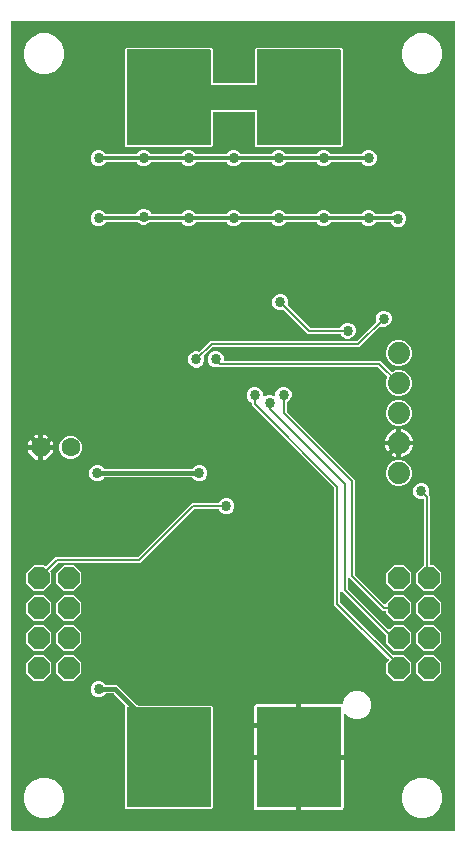
<source format=gbr>
G04 EAGLE Gerber RS-274X export*
G75*
%MOMM*%
%FSLAX34Y34*%
%LPD*%
%INBottom Copper*%
%IPPOS*%
%AMOC8*
5,1,8,0,0,1.08239X$1,22.5*%
G01*
%ADD10P,1.979475X8X292.500000*%
%ADD11P,1.979475X8X112.500000*%
%ADD12R,7.100000X8.450000*%
%ADD13P,1.732040X8X202.500000*%
%ADD14C,1.600200*%
%ADD15C,1.879600*%
%ADD16C,0.858000*%
%ADD17C,0.406400*%
%ADD18C,0.304800*%
%ADD19C,0.203200*%

G36*
X377042Y2009D02*
X377042Y2009D01*
X377100Y2007D01*
X377182Y2029D01*
X377266Y2041D01*
X377319Y2064D01*
X377375Y2079D01*
X377448Y2122D01*
X377525Y2157D01*
X377570Y2195D01*
X377620Y2224D01*
X377678Y2286D01*
X377742Y2340D01*
X377774Y2389D01*
X377814Y2432D01*
X377853Y2507D01*
X377900Y2577D01*
X377917Y2633D01*
X377944Y2685D01*
X377955Y2753D01*
X377985Y2848D01*
X377988Y2948D01*
X377999Y3016D01*
X377999Y686984D01*
X377991Y687042D01*
X377993Y687100D01*
X377971Y687182D01*
X377959Y687266D01*
X377936Y687319D01*
X377921Y687375D01*
X377878Y687448D01*
X377843Y687525D01*
X377805Y687570D01*
X377776Y687620D01*
X377714Y687678D01*
X377660Y687742D01*
X377611Y687774D01*
X377568Y687814D01*
X377493Y687853D01*
X377423Y687900D01*
X377367Y687917D01*
X377315Y687944D01*
X377247Y687955D01*
X377152Y687985D01*
X377052Y687988D01*
X376984Y687999D01*
X3016Y687999D01*
X2958Y687991D01*
X2900Y687993D01*
X2818Y687971D01*
X2734Y687959D01*
X2681Y687936D01*
X2625Y687921D01*
X2552Y687878D01*
X2475Y687843D01*
X2430Y687805D01*
X2380Y687776D01*
X2322Y687714D01*
X2258Y687660D01*
X2226Y687611D01*
X2186Y687568D01*
X2147Y687493D01*
X2100Y687423D01*
X2083Y687367D01*
X2056Y687315D01*
X2045Y687247D01*
X2015Y687152D01*
X2012Y687052D01*
X2001Y686984D01*
X2001Y3016D01*
X2009Y2958D01*
X2007Y2900D01*
X2029Y2818D01*
X2041Y2734D01*
X2064Y2681D01*
X2079Y2625D01*
X2122Y2552D01*
X2157Y2475D01*
X2195Y2430D01*
X2224Y2380D01*
X2286Y2322D01*
X2340Y2258D01*
X2389Y2226D01*
X2432Y2186D01*
X2507Y2147D01*
X2577Y2100D01*
X2633Y2083D01*
X2685Y2056D01*
X2753Y2045D01*
X2848Y2015D01*
X2948Y2012D01*
X3016Y2001D01*
X376984Y2001D01*
X377042Y2009D01*
G37*
%LPC*%
G36*
X99605Y580740D02*
X99605Y580740D01*
X98340Y582005D01*
X98340Y663795D01*
X99605Y665060D01*
X171395Y665060D01*
X172660Y663795D01*
X172660Y636075D01*
X172668Y636017D01*
X172666Y635959D01*
X172688Y635877D01*
X172700Y635793D01*
X172723Y635740D01*
X172738Y635684D01*
X172781Y635611D01*
X172816Y635534D01*
X172854Y635489D01*
X172883Y635439D01*
X172945Y635381D01*
X172999Y635317D01*
X173048Y635285D01*
X173091Y635245D01*
X173166Y635206D01*
X173236Y635159D01*
X173292Y635142D01*
X173344Y635115D01*
X173412Y635104D01*
X173507Y635074D01*
X173607Y635071D01*
X173675Y635060D01*
X207325Y635060D01*
X207383Y635068D01*
X207441Y635066D01*
X207523Y635088D01*
X207607Y635100D01*
X207660Y635123D01*
X207716Y635138D01*
X207789Y635181D01*
X207866Y635216D01*
X207911Y635254D01*
X207961Y635283D01*
X208019Y635345D01*
X208083Y635399D01*
X208115Y635448D01*
X208155Y635491D01*
X208194Y635566D01*
X208241Y635636D01*
X208258Y635692D01*
X208285Y635744D01*
X208296Y635812D01*
X208326Y635907D01*
X208329Y636007D01*
X208340Y636075D01*
X208340Y663795D01*
X209605Y665060D01*
X281395Y665060D01*
X282660Y663795D01*
X282660Y582005D01*
X281395Y580740D01*
X209605Y580740D01*
X208340Y582005D01*
X208340Y609725D01*
X208332Y609783D01*
X208334Y609841D01*
X208312Y609923D01*
X208300Y610007D01*
X208277Y610060D01*
X208262Y610116D01*
X208219Y610189D01*
X208184Y610266D01*
X208146Y610311D01*
X208117Y610361D01*
X208055Y610419D01*
X208001Y610483D01*
X207952Y610515D01*
X207909Y610555D01*
X207834Y610594D01*
X207764Y610641D01*
X207708Y610658D01*
X207656Y610685D01*
X207588Y610696D01*
X207493Y610726D01*
X207393Y610729D01*
X207325Y610740D01*
X173675Y610740D01*
X173617Y610732D01*
X173559Y610734D01*
X173477Y610712D01*
X173393Y610700D01*
X173340Y610677D01*
X173284Y610662D01*
X173211Y610619D01*
X173134Y610584D01*
X173089Y610546D01*
X173039Y610517D01*
X172981Y610455D01*
X172917Y610401D01*
X172885Y610352D01*
X172845Y610309D01*
X172806Y610234D01*
X172759Y610164D01*
X172742Y610108D01*
X172715Y610056D01*
X172704Y609988D01*
X172674Y609893D01*
X172671Y609793D01*
X172660Y609725D01*
X172660Y582005D01*
X171395Y580740D01*
X99605Y580740D01*
G37*
%LPD*%
G36*
X170565Y582277D02*
X170565Y582277D01*
X170631Y582279D01*
X170674Y582297D01*
X170721Y582305D01*
X170778Y582339D01*
X170838Y582364D01*
X170873Y582395D01*
X170914Y582420D01*
X170956Y582471D01*
X171004Y582515D01*
X171026Y582557D01*
X171055Y582594D01*
X171076Y582656D01*
X171107Y582715D01*
X171115Y582769D01*
X171127Y582806D01*
X171126Y582846D01*
X171134Y582900D01*
X171134Y612266D01*
X209866Y612266D01*
X209866Y582900D01*
X209877Y582835D01*
X209879Y582769D01*
X209897Y582726D01*
X209905Y582679D01*
X209939Y582622D01*
X209964Y582562D01*
X209995Y582527D01*
X210020Y582486D01*
X210071Y582445D01*
X210115Y582396D01*
X210157Y582374D01*
X210194Y582345D01*
X210256Y582324D01*
X210315Y582293D01*
X210369Y582285D01*
X210406Y582273D01*
X210446Y582274D01*
X210500Y582266D01*
X280500Y582266D01*
X280565Y582277D01*
X280631Y582279D01*
X280674Y582297D01*
X280721Y582305D01*
X280778Y582339D01*
X280838Y582364D01*
X280873Y582395D01*
X280914Y582420D01*
X280956Y582471D01*
X281004Y582515D01*
X281026Y582557D01*
X281055Y582594D01*
X281076Y582656D01*
X281107Y582715D01*
X281115Y582769D01*
X281127Y582806D01*
X281126Y582846D01*
X281134Y582900D01*
X281134Y662900D01*
X281123Y662965D01*
X281121Y663031D01*
X281103Y663074D01*
X281095Y663121D01*
X281061Y663178D01*
X281036Y663238D01*
X281005Y663273D01*
X280980Y663314D01*
X280929Y663356D01*
X280885Y663404D01*
X280843Y663426D01*
X280806Y663455D01*
X280744Y663476D01*
X280685Y663507D01*
X280631Y663515D01*
X280594Y663527D01*
X280554Y663526D01*
X280500Y663534D01*
X210500Y663534D01*
X210435Y663523D01*
X210369Y663521D01*
X210326Y663503D01*
X210279Y663495D01*
X210222Y663461D01*
X210162Y663436D01*
X210127Y663405D01*
X210086Y663380D01*
X210045Y663329D01*
X209996Y663285D01*
X209974Y663243D01*
X209945Y663206D01*
X209924Y663144D01*
X209893Y663085D01*
X209885Y663031D01*
X209873Y662994D01*
X209874Y662954D01*
X209866Y662900D01*
X209866Y633534D01*
X171134Y633534D01*
X171134Y662900D01*
X171123Y662965D01*
X171121Y663031D01*
X171103Y663074D01*
X171095Y663121D01*
X171061Y663178D01*
X171036Y663238D01*
X171005Y663273D01*
X170980Y663314D01*
X170929Y663356D01*
X170885Y663404D01*
X170843Y663426D01*
X170806Y663455D01*
X170744Y663476D01*
X170685Y663507D01*
X170631Y663515D01*
X170594Y663527D01*
X170554Y663526D01*
X170500Y663534D01*
X100500Y663534D01*
X100435Y663523D01*
X100369Y663521D01*
X100326Y663503D01*
X100279Y663495D01*
X100222Y663461D01*
X100162Y663436D01*
X100127Y663405D01*
X100086Y663380D01*
X100045Y663329D01*
X99996Y663285D01*
X99974Y663243D01*
X99945Y663206D01*
X99924Y663144D01*
X99893Y663085D01*
X99885Y663031D01*
X99873Y662994D01*
X99874Y662954D01*
X99866Y662900D01*
X99866Y582900D01*
X99877Y582835D01*
X99879Y582769D01*
X99897Y582726D01*
X99905Y582679D01*
X99939Y582622D01*
X99964Y582562D01*
X99995Y582527D01*
X100020Y582486D01*
X100071Y582445D01*
X100115Y582396D01*
X100157Y582374D01*
X100194Y582345D01*
X100256Y582324D01*
X100315Y582293D01*
X100369Y582285D01*
X100406Y582273D01*
X100446Y582274D01*
X100500Y582266D01*
X170500Y582266D01*
X170565Y582277D01*
G37*
%LPC*%
G36*
X99368Y20375D02*
X99368Y20375D01*
X98475Y21268D01*
X98475Y107032D01*
X98534Y107090D01*
X98569Y107137D01*
X98612Y107177D01*
X98654Y107250D01*
X98705Y107317D01*
X98726Y107372D01*
X98755Y107423D01*
X98776Y107504D01*
X98806Y107583D01*
X98811Y107641D01*
X98825Y107698D01*
X98823Y107782D01*
X98830Y107866D01*
X98818Y107924D01*
X98816Y107982D01*
X98790Y108062D01*
X98774Y108145D01*
X98747Y108197D01*
X98729Y108253D01*
X98689Y108309D01*
X98643Y108397D01*
X98574Y108470D01*
X98534Y108526D01*
X88994Y118066D01*
X88924Y118118D01*
X88860Y118178D01*
X88811Y118204D01*
X88767Y118237D01*
X88685Y118268D01*
X88607Y118308D01*
X88560Y118316D01*
X88501Y118338D01*
X88354Y118350D01*
X88276Y118363D01*
X82724Y118363D01*
X82637Y118351D01*
X82550Y118348D01*
X82497Y118331D01*
X82442Y118323D01*
X82363Y118288D01*
X82279Y118261D01*
X82240Y118233D01*
X82183Y118207D01*
X82070Y118111D01*
X82006Y118066D01*
X80069Y116129D01*
X77559Y115089D01*
X74841Y115089D01*
X72331Y116129D01*
X70409Y118051D01*
X69369Y120561D01*
X69369Y123279D01*
X70409Y125789D01*
X72331Y127711D01*
X74841Y128751D01*
X77559Y128751D01*
X80069Y127711D01*
X82006Y125774D01*
X82076Y125722D01*
X82140Y125662D01*
X82189Y125636D01*
X82233Y125603D01*
X82315Y125572D01*
X82393Y125532D01*
X82440Y125524D01*
X82499Y125502D01*
X82647Y125490D01*
X82724Y125477D01*
X91643Y125477D01*
X108898Y108222D01*
X108968Y108170D01*
X109032Y108110D01*
X109081Y108084D01*
X109125Y108051D01*
X109207Y108020D01*
X109285Y107980D01*
X109332Y107972D01*
X109391Y107950D01*
X109538Y107938D01*
X109616Y107925D01*
X171632Y107925D01*
X172525Y107032D01*
X172525Y21268D01*
X171632Y20375D01*
X99368Y20375D01*
G37*
%LPD*%
%LPC*%
G36*
X325781Y129031D02*
X325781Y129031D01*
X319531Y135281D01*
X319531Y144119D01*
X321412Y145999D01*
X321447Y146046D01*
X321489Y146086D01*
X321532Y146159D01*
X321583Y146227D01*
X321603Y146281D01*
X321633Y146332D01*
X321654Y146413D01*
X321684Y146492D01*
X321689Y146551D01*
X321703Y146607D01*
X321700Y146692D01*
X321707Y146776D01*
X321696Y146833D01*
X321694Y146891D01*
X321668Y146972D01*
X321651Y147054D01*
X321624Y147106D01*
X321606Y147162D01*
X321566Y147218D01*
X321520Y147307D01*
X321452Y147379D01*
X321412Y147435D01*
X275589Y193258D01*
X275589Y291897D01*
X275577Y291984D01*
X275574Y292071D01*
X275557Y292124D01*
X275549Y292179D01*
X275514Y292258D01*
X275487Y292342D01*
X275459Y292381D01*
X275433Y292438D01*
X275337Y292551D01*
X275292Y292615D01*
X205739Y362168D01*
X205739Y363821D01*
X205739Y363822D01*
X205739Y363824D01*
X205719Y363964D01*
X205699Y364102D01*
X205699Y364103D01*
X205699Y364105D01*
X205640Y364235D01*
X205583Y364361D01*
X205582Y364363D01*
X205581Y364364D01*
X205494Y364467D01*
X205400Y364578D01*
X205398Y364579D01*
X205397Y364581D01*
X205385Y364588D01*
X205163Y364736D01*
X205134Y364745D01*
X205113Y364758D01*
X204411Y365049D01*
X202489Y366971D01*
X201449Y369481D01*
X201449Y372199D01*
X202489Y374709D01*
X204411Y376631D01*
X206921Y377671D01*
X209639Y377671D01*
X212149Y376631D01*
X214071Y374709D01*
X215111Y372199D01*
X215111Y370732D01*
X215115Y370703D01*
X215112Y370674D01*
X215135Y370563D01*
X215151Y370450D01*
X215163Y370424D01*
X215168Y370395D01*
X215220Y370294D01*
X215267Y370191D01*
X215286Y370169D01*
X215299Y370143D01*
X215377Y370060D01*
X215450Y369974D01*
X215475Y369958D01*
X215495Y369936D01*
X215593Y369879D01*
X215687Y369816D01*
X215715Y369808D01*
X215740Y369793D01*
X215850Y369765D01*
X215958Y369731D01*
X215987Y369730D01*
X216016Y369723D01*
X216129Y369726D01*
X216242Y369723D01*
X216271Y369731D01*
X216300Y369732D01*
X216408Y369767D01*
X216517Y369795D01*
X216543Y369810D01*
X216571Y369819D01*
X216635Y369865D01*
X216762Y369940D01*
X216805Y369986D01*
X216844Y370014D01*
X217111Y370281D01*
X219621Y371321D01*
X222339Y371321D01*
X224401Y370466D01*
X224513Y370438D01*
X224622Y370403D01*
X224650Y370402D01*
X224677Y370395D01*
X224791Y370399D01*
X224906Y370396D01*
X224933Y370403D01*
X224961Y370404D01*
X225070Y370439D01*
X225181Y370468D01*
X225205Y370482D01*
X225232Y370490D01*
X225327Y370554D01*
X225426Y370613D01*
X225445Y370633D01*
X225468Y370648D01*
X225542Y370736D01*
X225620Y370820D01*
X225633Y370845D01*
X225651Y370866D01*
X225697Y370971D01*
X225750Y371073D01*
X225754Y371098D01*
X225766Y371126D01*
X225803Y371390D01*
X225805Y371404D01*
X225805Y372459D01*
X226845Y374969D01*
X228767Y376891D01*
X231277Y377931D01*
X233995Y377931D01*
X236505Y376891D01*
X238427Y374969D01*
X239467Y372459D01*
X239467Y369741D01*
X238427Y367231D01*
X236505Y365309D01*
X235803Y365019D01*
X235802Y365018D01*
X235801Y365017D01*
X235684Y364948D01*
X235559Y364874D01*
X235557Y364873D01*
X235556Y364872D01*
X235461Y364771D01*
X235363Y364667D01*
X235363Y364666D01*
X235362Y364665D01*
X235297Y364539D01*
X235233Y364415D01*
X235233Y364413D01*
X235232Y364412D01*
X235230Y364397D01*
X235178Y364136D01*
X235181Y364105D01*
X235177Y364081D01*
X235177Y357333D01*
X235185Y357276D01*
X235183Y357222D01*
X235191Y357194D01*
X235192Y357159D01*
X235209Y357106D01*
X235217Y357052D01*
X235244Y356991D01*
X235255Y356947D01*
X235267Y356928D01*
X235279Y356888D01*
X235307Y356849D01*
X235333Y356792D01*
X235381Y356735D01*
X235400Y356702D01*
X235435Y356670D01*
X235474Y356615D01*
X293145Y298945D01*
X293145Y219203D01*
X293152Y219155D01*
X293151Y219148D01*
X293154Y219139D01*
X293157Y219116D01*
X293160Y219029D01*
X293177Y218976D01*
X293185Y218922D01*
X293220Y218842D01*
X293247Y218758D01*
X293275Y218719D01*
X293301Y218662D01*
X293397Y218549D01*
X293442Y218485D01*
X317798Y194129D01*
X317822Y194111D01*
X317841Y194089D01*
X317935Y194026D01*
X318025Y193958D01*
X318053Y193948D01*
X318077Y193931D01*
X318185Y193897D01*
X318291Y193857D01*
X318320Y193855D01*
X318348Y193846D01*
X318462Y193843D01*
X318574Y193833D01*
X318603Y193839D01*
X318632Y193838D01*
X318742Y193867D01*
X318853Y193889D01*
X318879Y193903D01*
X318907Y193910D01*
X319005Y193968D01*
X319105Y194020D01*
X319127Y194040D01*
X319152Y194055D01*
X319229Y194138D01*
X319311Y194216D01*
X319326Y194241D01*
X319346Y194263D01*
X319398Y194364D01*
X319455Y194461D01*
X319462Y194490D01*
X319476Y194516D01*
X319489Y194593D01*
X319525Y194737D01*
X319523Y194799D01*
X319531Y194847D01*
X319531Y194919D01*
X325781Y201169D01*
X334619Y201169D01*
X340869Y194919D01*
X340869Y186081D01*
X334619Y179831D01*
X325781Y179831D01*
X319531Y186081D01*
X319531Y186944D01*
X319523Y187002D01*
X319525Y187060D01*
X319503Y187142D01*
X319491Y187226D01*
X319468Y187279D01*
X319453Y187335D01*
X319410Y187408D01*
X319375Y187485D01*
X319337Y187530D01*
X319308Y187580D01*
X319246Y187638D01*
X319192Y187702D01*
X319143Y187734D01*
X319100Y187774D01*
X319025Y187813D01*
X318955Y187860D01*
X318899Y187877D01*
X318847Y187904D01*
X318779Y187915D01*
X318684Y187945D01*
X318584Y187948D01*
X318516Y187959D01*
X316782Y187959D01*
X289849Y214892D01*
X288754Y215987D01*
X288730Y216005D01*
X288711Y216027D01*
X288617Y216090D01*
X288527Y216158D01*
X288499Y216168D01*
X288475Y216185D01*
X288367Y216219D01*
X288261Y216259D01*
X288232Y216262D01*
X288204Y216270D01*
X288090Y216273D01*
X287978Y216283D01*
X287949Y216277D01*
X287920Y216278D01*
X287810Y216249D01*
X287699Y216227D01*
X287673Y216213D01*
X287645Y216206D01*
X287547Y216148D01*
X287447Y216096D01*
X287425Y216076D01*
X287400Y216061D01*
X287323Y215978D01*
X287241Y215900D01*
X287226Y215875D01*
X287206Y215853D01*
X287154Y215752D01*
X287097Y215655D01*
X287090Y215626D01*
X287076Y215600D01*
X287063Y215523D01*
X287027Y215379D01*
X287029Y215317D01*
X287021Y215269D01*
X287021Y207213D01*
X287033Y207126D01*
X287036Y207039D01*
X287053Y206986D01*
X287061Y206931D01*
X287096Y206852D01*
X287123Y206768D01*
X287151Y206729D01*
X287177Y206672D01*
X287273Y206559D01*
X287318Y206495D01*
X321195Y172618D01*
X321241Y172583D01*
X321282Y172541D01*
X321355Y172498D01*
X321422Y172447D01*
X321477Y172427D01*
X321527Y172397D01*
X321609Y172376D01*
X321688Y172346D01*
X321746Y172341D01*
X321803Y172327D01*
X321887Y172330D01*
X321971Y172323D01*
X322028Y172334D01*
X322087Y172336D01*
X322167Y172362D01*
X322250Y172379D01*
X322302Y172406D01*
X322357Y172424D01*
X322413Y172464D01*
X322502Y172510D01*
X322574Y172578D01*
X322631Y172618D01*
X325781Y175769D01*
X334619Y175769D01*
X340869Y169519D01*
X340869Y160681D01*
X334619Y154431D01*
X325781Y154431D01*
X319531Y160681D01*
X319531Y166675D01*
X319519Y166762D01*
X319516Y166849D01*
X319499Y166902D01*
X319491Y166957D01*
X319456Y167036D01*
X319429Y167120D01*
X319401Y167159D01*
X319375Y167216D01*
X319279Y167329D01*
X319234Y167393D01*
X282404Y204223D01*
X282380Y204241D01*
X282361Y204263D01*
X282267Y204326D01*
X282177Y204394D01*
X282149Y204404D01*
X282125Y204421D01*
X282017Y204455D01*
X281911Y204495D01*
X281882Y204498D01*
X281854Y204506D01*
X281740Y204509D01*
X281628Y204519D01*
X281599Y204513D01*
X281570Y204514D01*
X281460Y204485D01*
X281349Y204463D01*
X281323Y204449D01*
X281295Y204442D01*
X281197Y204384D01*
X281097Y204332D01*
X281075Y204312D01*
X281050Y204297D01*
X280973Y204214D01*
X280891Y204136D01*
X280876Y204111D01*
X280856Y204089D01*
X280804Y203988D01*
X280747Y203891D01*
X280740Y203862D01*
X280726Y203836D01*
X280713Y203759D01*
X280677Y203615D01*
X280679Y203553D01*
X280671Y203505D01*
X280671Y195783D01*
X280683Y195696D01*
X280686Y195609D01*
X280703Y195556D01*
X280711Y195501D01*
X280746Y195422D01*
X280773Y195338D01*
X280801Y195299D01*
X280827Y195242D01*
X280923Y195129D01*
X280968Y195065D01*
X325367Y150666D01*
X325437Y150614D01*
X325501Y150554D01*
X325550Y150528D01*
X325594Y150495D01*
X325676Y150464D01*
X325754Y150424D01*
X325801Y150416D01*
X325860Y150394D01*
X326008Y150382D01*
X326085Y150369D01*
X334619Y150369D01*
X340869Y144119D01*
X340869Y135281D01*
X334619Y129031D01*
X325781Y129031D01*
G37*
%LPD*%
%LPC*%
G36*
X328206Y513234D02*
X328206Y513234D01*
X325696Y514274D01*
X323774Y516196D01*
X323431Y517025D01*
X323430Y517026D01*
X323430Y517027D01*
X323359Y517146D01*
X323286Y517269D01*
X323285Y517270D01*
X323284Y517272D01*
X323182Y517368D01*
X323080Y517465D01*
X323078Y517465D01*
X323077Y517466D01*
X322951Y517531D01*
X322827Y517595D01*
X322825Y517595D01*
X322824Y517596D01*
X322809Y517598D01*
X322548Y517650D01*
X322518Y517647D01*
X322493Y517651D01*
X311609Y517651D01*
X311608Y517651D01*
X311606Y517651D01*
X311465Y517631D01*
X311328Y517611D01*
X311326Y517611D01*
X311325Y517611D01*
X311197Y517553D01*
X311068Y517495D01*
X311067Y517494D01*
X311066Y517493D01*
X310958Y517402D01*
X310851Y517312D01*
X310850Y517310D01*
X310849Y517309D01*
X310841Y517296D01*
X310694Y517075D01*
X310684Y517046D01*
X310671Y517025D01*
X310591Y516831D01*
X308669Y514909D01*
X306159Y513869D01*
X303441Y513869D01*
X300931Y514909D01*
X299009Y516831D01*
X298929Y517025D01*
X298928Y517026D01*
X298928Y517027D01*
X298858Y517144D01*
X298784Y517269D01*
X298783Y517271D01*
X298782Y517272D01*
X298681Y517367D01*
X298578Y517465D01*
X298576Y517465D01*
X298575Y517466D01*
X298449Y517531D01*
X298325Y517595D01*
X298323Y517595D01*
X298322Y517596D01*
X298307Y517598D01*
X298046Y517650D01*
X298016Y517647D01*
X297991Y517651D01*
X273509Y517651D01*
X273508Y517651D01*
X273506Y517651D01*
X273365Y517631D01*
X273228Y517611D01*
X273226Y517611D01*
X273225Y517611D01*
X273097Y517553D01*
X272968Y517495D01*
X272967Y517494D01*
X272966Y517493D01*
X272858Y517402D01*
X272751Y517312D01*
X272750Y517310D01*
X272749Y517309D01*
X272741Y517296D01*
X272594Y517075D01*
X272584Y517046D01*
X272571Y517025D01*
X272491Y516831D01*
X270569Y514909D01*
X268059Y513869D01*
X265341Y513869D01*
X262831Y514909D01*
X260909Y516831D01*
X260829Y517025D01*
X260828Y517026D01*
X260828Y517027D01*
X260758Y517144D01*
X260684Y517269D01*
X260683Y517271D01*
X260682Y517272D01*
X260581Y517367D01*
X260478Y517465D01*
X260476Y517465D01*
X260475Y517466D01*
X260349Y517531D01*
X260225Y517595D01*
X260223Y517595D01*
X260222Y517596D01*
X260207Y517598D01*
X259946Y517650D01*
X259916Y517647D01*
X259891Y517651D01*
X235409Y517651D01*
X235408Y517651D01*
X235406Y517651D01*
X235265Y517631D01*
X235128Y517611D01*
X235126Y517611D01*
X235125Y517611D01*
X234997Y517553D01*
X234868Y517495D01*
X234867Y517494D01*
X234866Y517493D01*
X234758Y517402D01*
X234651Y517312D01*
X234650Y517310D01*
X234649Y517309D01*
X234641Y517296D01*
X234494Y517075D01*
X234484Y517046D01*
X234471Y517025D01*
X234391Y516831D01*
X232469Y514909D01*
X229959Y513869D01*
X227241Y513869D01*
X224731Y514909D01*
X222809Y516831D01*
X222729Y517025D01*
X222728Y517026D01*
X222728Y517027D01*
X222658Y517144D01*
X222584Y517269D01*
X222583Y517271D01*
X222582Y517272D01*
X222481Y517367D01*
X222378Y517465D01*
X222376Y517465D01*
X222375Y517466D01*
X222249Y517531D01*
X222125Y517595D01*
X222123Y517595D01*
X222122Y517596D01*
X222107Y517598D01*
X221846Y517650D01*
X221816Y517647D01*
X221791Y517651D01*
X197309Y517651D01*
X197308Y517651D01*
X197306Y517651D01*
X197165Y517631D01*
X197028Y517611D01*
X197026Y517611D01*
X197025Y517611D01*
X196897Y517553D01*
X196768Y517495D01*
X196767Y517494D01*
X196766Y517493D01*
X196658Y517402D01*
X196551Y517312D01*
X196550Y517310D01*
X196549Y517309D01*
X196541Y517296D01*
X196394Y517075D01*
X196384Y517046D01*
X196371Y517025D01*
X196291Y516831D01*
X194369Y514909D01*
X191859Y513869D01*
X189141Y513869D01*
X186631Y514909D01*
X184709Y516831D01*
X184629Y517025D01*
X184628Y517026D01*
X184628Y517027D01*
X184558Y517144D01*
X184484Y517269D01*
X184483Y517271D01*
X184482Y517272D01*
X184381Y517367D01*
X184278Y517465D01*
X184276Y517465D01*
X184275Y517466D01*
X184149Y517531D01*
X184025Y517595D01*
X184023Y517595D01*
X184022Y517596D01*
X184007Y517598D01*
X183746Y517650D01*
X183716Y517647D01*
X183691Y517651D01*
X159209Y517651D01*
X159208Y517651D01*
X159206Y517651D01*
X159065Y517631D01*
X158928Y517611D01*
X158926Y517611D01*
X158925Y517611D01*
X158797Y517553D01*
X158668Y517495D01*
X158667Y517494D01*
X158666Y517493D01*
X158558Y517402D01*
X158451Y517312D01*
X158450Y517310D01*
X158449Y517309D01*
X158441Y517296D01*
X158294Y517075D01*
X158284Y517046D01*
X158271Y517025D01*
X158191Y516831D01*
X156269Y514909D01*
X153759Y513869D01*
X151041Y513869D01*
X148531Y514909D01*
X146609Y516831D01*
X146529Y517025D01*
X146528Y517026D01*
X146528Y517027D01*
X146458Y517144D01*
X146384Y517269D01*
X146383Y517271D01*
X146382Y517272D01*
X146281Y517367D01*
X146178Y517465D01*
X146176Y517465D01*
X146175Y517466D01*
X146049Y517531D01*
X145925Y517595D01*
X145923Y517595D01*
X145922Y517596D01*
X145907Y517598D01*
X145646Y517650D01*
X145616Y517647D01*
X145591Y517651D01*
X120062Y517651D01*
X119975Y517639D01*
X119888Y517636D01*
X119835Y517619D01*
X119780Y517611D01*
X119701Y517576D01*
X119617Y517549D01*
X119578Y517521D01*
X119521Y517495D01*
X119408Y517399D01*
X119344Y517354D01*
X118169Y516179D01*
X115659Y515139D01*
X112941Y515139D01*
X110431Y516179D01*
X109256Y517354D01*
X109186Y517406D01*
X109122Y517466D01*
X109073Y517492D01*
X109029Y517525D01*
X108947Y517556D01*
X108869Y517596D01*
X108822Y517604D01*
X108763Y517626D01*
X108615Y517638D01*
X108538Y517651D01*
X83009Y517651D01*
X83008Y517651D01*
X83006Y517651D01*
X82865Y517631D01*
X82728Y517611D01*
X82726Y517611D01*
X82725Y517611D01*
X82597Y517553D01*
X82468Y517495D01*
X82467Y517494D01*
X82466Y517493D01*
X82358Y517402D01*
X82251Y517312D01*
X82250Y517310D01*
X82249Y517309D01*
X82241Y517296D01*
X82094Y517075D01*
X82084Y517046D01*
X82071Y517025D01*
X81991Y516831D01*
X80069Y514909D01*
X77559Y513869D01*
X74841Y513869D01*
X72331Y514909D01*
X70409Y516831D01*
X69369Y519341D01*
X69369Y522059D01*
X70409Y524569D01*
X72331Y526491D01*
X74841Y527531D01*
X77559Y527531D01*
X80069Y526491D01*
X81991Y524569D01*
X82071Y524375D01*
X82072Y524374D01*
X82072Y524373D01*
X82142Y524256D01*
X82216Y524131D01*
X82217Y524129D01*
X82218Y524128D01*
X82319Y524033D01*
X82422Y523935D01*
X82424Y523935D01*
X82425Y523934D01*
X82551Y523869D01*
X82675Y523805D01*
X82677Y523805D01*
X82678Y523804D01*
X82693Y523802D01*
X82954Y523750D01*
X82984Y523753D01*
X83009Y523749D01*
X106965Y523749D01*
X106966Y523749D01*
X106968Y523749D01*
X107109Y523769D01*
X107246Y523789D01*
X107248Y523789D01*
X107249Y523789D01*
X107377Y523847D01*
X107506Y523905D01*
X107507Y523906D01*
X107508Y523907D01*
X107613Y523995D01*
X107723Y524088D01*
X107724Y524090D01*
X107725Y524091D01*
X107733Y524104D01*
X107880Y524325D01*
X107890Y524354D01*
X107903Y524375D01*
X108509Y525839D01*
X110431Y527761D01*
X112941Y528801D01*
X115659Y528801D01*
X118169Y527761D01*
X120091Y525839D01*
X120697Y524375D01*
X120698Y524374D01*
X120698Y524373D01*
X120770Y524252D01*
X120842Y524131D01*
X120843Y524130D01*
X120844Y524128D01*
X120948Y524031D01*
X121048Y523935D01*
X121050Y523935D01*
X121051Y523934D01*
X121177Y523869D01*
X121301Y523805D01*
X121303Y523805D01*
X121304Y523804D01*
X121319Y523802D01*
X121580Y523750D01*
X121610Y523753D01*
X121635Y523749D01*
X145591Y523749D01*
X145592Y523749D01*
X145594Y523749D01*
X145735Y523769D01*
X145872Y523789D01*
X145874Y523789D01*
X145875Y523789D01*
X146003Y523847D01*
X146132Y523905D01*
X146133Y523906D01*
X146134Y523907D01*
X146239Y523995D01*
X146349Y524088D01*
X146350Y524090D01*
X146351Y524091D01*
X146359Y524104D01*
X146506Y524325D01*
X146516Y524354D01*
X146529Y524375D01*
X146609Y524569D01*
X148531Y526491D01*
X151041Y527531D01*
X153759Y527531D01*
X156269Y526491D01*
X158191Y524569D01*
X158271Y524375D01*
X158272Y524374D01*
X158272Y524373D01*
X158342Y524256D01*
X158416Y524131D01*
X158417Y524129D01*
X158418Y524128D01*
X158519Y524033D01*
X158622Y523935D01*
X158624Y523935D01*
X158625Y523934D01*
X158751Y523869D01*
X158875Y523805D01*
X158877Y523805D01*
X158878Y523804D01*
X158893Y523802D01*
X159154Y523750D01*
X159184Y523753D01*
X159209Y523749D01*
X183691Y523749D01*
X183692Y523749D01*
X183694Y523749D01*
X183835Y523769D01*
X183972Y523789D01*
X183974Y523789D01*
X183975Y523789D01*
X184103Y523847D01*
X184232Y523905D01*
X184233Y523906D01*
X184234Y523907D01*
X184339Y523995D01*
X184449Y524088D01*
X184450Y524090D01*
X184451Y524091D01*
X184459Y524104D01*
X184606Y524325D01*
X184616Y524354D01*
X184629Y524375D01*
X184709Y524569D01*
X186631Y526491D01*
X189141Y527531D01*
X191859Y527531D01*
X194369Y526491D01*
X196291Y524569D01*
X196371Y524375D01*
X196372Y524374D01*
X196372Y524373D01*
X196442Y524256D01*
X196516Y524131D01*
X196517Y524129D01*
X196518Y524128D01*
X196619Y524033D01*
X196722Y523935D01*
X196724Y523935D01*
X196725Y523934D01*
X196851Y523869D01*
X196975Y523805D01*
X196977Y523805D01*
X196978Y523804D01*
X196993Y523802D01*
X197254Y523750D01*
X197284Y523753D01*
X197309Y523749D01*
X221791Y523749D01*
X221792Y523749D01*
X221794Y523749D01*
X221935Y523769D01*
X222072Y523789D01*
X222074Y523789D01*
X222075Y523789D01*
X222203Y523847D01*
X222332Y523905D01*
X222333Y523906D01*
X222334Y523907D01*
X222439Y523995D01*
X222549Y524088D01*
X222550Y524090D01*
X222551Y524091D01*
X222559Y524104D01*
X222706Y524325D01*
X222716Y524354D01*
X222729Y524375D01*
X222809Y524569D01*
X224731Y526491D01*
X227241Y527531D01*
X229959Y527531D01*
X232469Y526491D01*
X234391Y524569D01*
X234471Y524375D01*
X234472Y524374D01*
X234472Y524373D01*
X234542Y524256D01*
X234616Y524131D01*
X234617Y524129D01*
X234618Y524128D01*
X234719Y524033D01*
X234822Y523935D01*
X234824Y523935D01*
X234825Y523934D01*
X234951Y523869D01*
X235075Y523805D01*
X235077Y523805D01*
X235078Y523804D01*
X235093Y523802D01*
X235354Y523750D01*
X235384Y523753D01*
X235409Y523749D01*
X259891Y523749D01*
X259892Y523749D01*
X259894Y523749D01*
X260035Y523769D01*
X260172Y523789D01*
X260174Y523789D01*
X260175Y523789D01*
X260303Y523847D01*
X260432Y523905D01*
X260433Y523906D01*
X260434Y523907D01*
X260539Y523995D01*
X260649Y524088D01*
X260650Y524090D01*
X260651Y524091D01*
X260659Y524104D01*
X260806Y524325D01*
X260816Y524354D01*
X260829Y524375D01*
X260909Y524569D01*
X262831Y526491D01*
X265341Y527531D01*
X268059Y527531D01*
X270569Y526491D01*
X272491Y524569D01*
X272571Y524375D01*
X272572Y524374D01*
X272572Y524373D01*
X272642Y524256D01*
X272716Y524131D01*
X272717Y524129D01*
X272718Y524128D01*
X272819Y524033D01*
X272922Y523935D01*
X272924Y523935D01*
X272925Y523934D01*
X273051Y523869D01*
X273175Y523805D01*
X273177Y523805D01*
X273178Y523804D01*
X273193Y523802D01*
X273454Y523750D01*
X273484Y523753D01*
X273509Y523749D01*
X297991Y523749D01*
X297992Y523749D01*
X297994Y523749D01*
X298135Y523769D01*
X298272Y523789D01*
X298274Y523789D01*
X298275Y523789D01*
X298403Y523847D01*
X298532Y523905D01*
X298533Y523906D01*
X298534Y523907D01*
X298639Y523995D01*
X298749Y524088D01*
X298750Y524090D01*
X298751Y524091D01*
X298759Y524104D01*
X298906Y524325D01*
X298916Y524354D01*
X298929Y524375D01*
X299009Y524569D01*
X300931Y526491D01*
X303441Y527531D01*
X306159Y527531D01*
X308669Y526491D01*
X310591Y524569D01*
X310671Y524375D01*
X310672Y524374D01*
X310672Y524373D01*
X310742Y524256D01*
X310816Y524131D01*
X310817Y524129D01*
X310818Y524128D01*
X310919Y524033D01*
X311022Y523935D01*
X311024Y523935D01*
X311025Y523934D01*
X311151Y523869D01*
X311275Y523805D01*
X311277Y523805D01*
X311278Y523804D01*
X311293Y523802D01*
X311554Y523750D01*
X311584Y523753D01*
X311609Y523749D01*
X323168Y523749D01*
X323255Y523761D01*
X323342Y523764D01*
X323395Y523781D01*
X323450Y523789D01*
X323529Y523824D01*
X323613Y523851D01*
X323652Y523879D01*
X323709Y523905D01*
X323822Y524001D01*
X323886Y524046D01*
X325696Y525856D01*
X328206Y526896D01*
X330924Y526896D01*
X333434Y525856D01*
X335356Y523934D01*
X336396Y521424D01*
X336396Y518706D01*
X335356Y516196D01*
X333434Y514274D01*
X330924Y513234D01*
X328206Y513234D01*
G37*
%LPD*%
%LPC*%
G36*
X247531Y66181D02*
X247531Y66181D01*
X247531Y108941D01*
X281334Y108941D01*
X281721Y108837D01*
X281770Y108831D01*
X281816Y108816D01*
X281910Y108814D01*
X282003Y108803D01*
X282052Y108810D01*
X282100Y108809D01*
X282191Y108833D01*
X282284Y108848D01*
X282328Y108869D01*
X282375Y108881D01*
X282456Y108929D01*
X282541Y108969D01*
X282578Y109001D01*
X282620Y109026D01*
X282684Y109095D01*
X282755Y109157D01*
X282781Y109198D01*
X282814Y109234D01*
X282857Y109317D01*
X282908Y109396D01*
X282922Y109443D01*
X282944Y109487D01*
X282956Y109560D01*
X282988Y109669D01*
X282989Y109756D01*
X282999Y109818D01*
X282999Y110787D01*
X284826Y115198D01*
X288202Y118574D01*
X292613Y120401D01*
X297387Y120401D01*
X301798Y118574D01*
X305174Y115198D01*
X307001Y110787D01*
X307001Y106013D01*
X305174Y101602D01*
X301798Y98226D01*
X297387Y96399D01*
X292613Y96399D01*
X288202Y98226D01*
X285274Y101155D01*
X285250Y101172D01*
X285231Y101195D01*
X285137Y101257D01*
X285047Y101325D01*
X285019Y101336D01*
X284995Y101352D01*
X284887Y101386D01*
X284781Y101427D01*
X284752Y101429D01*
X284724Y101438D01*
X284610Y101441D01*
X284498Y101450D01*
X284469Y101444D01*
X284440Y101445D01*
X284330Y101417D01*
X284219Y101394D01*
X284193Y101381D01*
X284165Y101373D01*
X284067Y101316D01*
X283967Y101263D01*
X283945Y101243D01*
X283920Y101228D01*
X283843Y101146D01*
X283761Y101068D01*
X283746Y101042D01*
X283726Y101021D01*
X283674Y100920D01*
X283617Y100822D01*
X283610Y100794D01*
X283596Y100768D01*
X283583Y100690D01*
X283547Y100547D01*
X283549Y100484D01*
X283541Y100437D01*
X283541Y66181D01*
X247531Y66181D01*
G37*
%LPD*%
%LPC*%
G36*
X74841Y564669D02*
X74841Y564669D01*
X72331Y565709D01*
X70409Y567631D01*
X69369Y570141D01*
X69369Y572859D01*
X70409Y575369D01*
X72331Y577291D01*
X74841Y578331D01*
X77559Y578331D01*
X80069Y577291D01*
X81991Y575369D01*
X82071Y575175D01*
X82072Y575174D01*
X82072Y575173D01*
X82142Y575056D01*
X82216Y574931D01*
X82217Y574929D01*
X82218Y574928D01*
X82319Y574833D01*
X82422Y574735D01*
X82424Y574735D01*
X82425Y574734D01*
X82551Y574669D01*
X82675Y574605D01*
X82677Y574605D01*
X82678Y574604D01*
X82693Y574602D01*
X82954Y574550D01*
X82984Y574553D01*
X83009Y574549D01*
X107491Y574549D01*
X107492Y574549D01*
X107494Y574549D01*
X107635Y574569D01*
X107772Y574589D01*
X107774Y574589D01*
X107775Y574589D01*
X107903Y574647D01*
X108032Y574705D01*
X108033Y574706D01*
X108034Y574707D01*
X108142Y574798D01*
X108249Y574888D01*
X108250Y574890D01*
X108251Y574891D01*
X108259Y574904D01*
X108406Y575125D01*
X108416Y575154D01*
X108429Y575175D01*
X108509Y575369D01*
X110431Y577291D01*
X112941Y578331D01*
X115659Y578331D01*
X118169Y577291D01*
X120091Y575369D01*
X120171Y575175D01*
X120172Y575174D01*
X120172Y575173D01*
X120242Y575056D01*
X120316Y574931D01*
X120317Y574929D01*
X120318Y574928D01*
X120419Y574833D01*
X120522Y574735D01*
X120524Y574735D01*
X120525Y574734D01*
X120651Y574669D01*
X120775Y574605D01*
X120777Y574605D01*
X120778Y574604D01*
X120793Y574602D01*
X121054Y574550D01*
X121084Y574553D01*
X121109Y574549D01*
X145591Y574549D01*
X145592Y574549D01*
X145594Y574549D01*
X145735Y574569D01*
X145872Y574589D01*
X145874Y574589D01*
X145875Y574589D01*
X146003Y574647D01*
X146132Y574705D01*
X146133Y574706D01*
X146134Y574707D01*
X146242Y574798D01*
X146349Y574888D01*
X146350Y574890D01*
X146351Y574891D01*
X146359Y574904D01*
X146506Y575125D01*
X146516Y575154D01*
X146529Y575175D01*
X146609Y575369D01*
X148531Y577291D01*
X151041Y578331D01*
X153759Y578331D01*
X156269Y577291D01*
X158191Y575369D01*
X158271Y575175D01*
X158272Y575174D01*
X158272Y575173D01*
X158342Y575056D01*
X158416Y574931D01*
X158417Y574929D01*
X158418Y574928D01*
X158519Y574833D01*
X158622Y574735D01*
X158624Y574735D01*
X158625Y574734D01*
X158751Y574669D01*
X158875Y574605D01*
X158877Y574605D01*
X158878Y574604D01*
X158893Y574602D01*
X159154Y574550D01*
X159184Y574553D01*
X159209Y574549D01*
X183691Y574549D01*
X183692Y574549D01*
X183694Y574549D01*
X183835Y574569D01*
X183972Y574589D01*
X183974Y574589D01*
X183975Y574589D01*
X184103Y574647D01*
X184232Y574705D01*
X184233Y574706D01*
X184234Y574707D01*
X184342Y574798D01*
X184449Y574888D01*
X184450Y574890D01*
X184451Y574891D01*
X184459Y574904D01*
X184606Y575125D01*
X184616Y575154D01*
X184629Y575175D01*
X184709Y575369D01*
X186631Y577291D01*
X189141Y578331D01*
X191859Y578331D01*
X194369Y577291D01*
X196291Y575369D01*
X196371Y575175D01*
X196372Y575174D01*
X196372Y575173D01*
X196442Y575056D01*
X196516Y574931D01*
X196517Y574929D01*
X196518Y574928D01*
X196619Y574833D01*
X196722Y574735D01*
X196724Y574735D01*
X196725Y574734D01*
X196851Y574669D01*
X196975Y574605D01*
X196977Y574605D01*
X196978Y574604D01*
X196993Y574602D01*
X197254Y574550D01*
X197284Y574553D01*
X197309Y574549D01*
X221791Y574549D01*
X221792Y574549D01*
X221794Y574549D01*
X221935Y574569D01*
X222072Y574589D01*
X222074Y574589D01*
X222075Y574589D01*
X222203Y574647D01*
X222332Y574705D01*
X222333Y574706D01*
X222334Y574707D01*
X222442Y574798D01*
X222549Y574888D01*
X222550Y574890D01*
X222551Y574891D01*
X222559Y574904D01*
X222706Y575125D01*
X222716Y575154D01*
X222729Y575175D01*
X222809Y575369D01*
X224731Y577291D01*
X227241Y578331D01*
X229959Y578331D01*
X232469Y577291D01*
X234391Y575369D01*
X234471Y575175D01*
X234472Y575174D01*
X234472Y575173D01*
X234542Y575056D01*
X234616Y574931D01*
X234617Y574929D01*
X234618Y574928D01*
X234719Y574833D01*
X234822Y574735D01*
X234824Y574735D01*
X234825Y574734D01*
X234951Y574669D01*
X235075Y574605D01*
X235077Y574605D01*
X235078Y574604D01*
X235093Y574602D01*
X235354Y574550D01*
X235384Y574553D01*
X235409Y574549D01*
X259891Y574549D01*
X259892Y574549D01*
X259894Y574549D01*
X260035Y574569D01*
X260172Y574589D01*
X260174Y574589D01*
X260175Y574589D01*
X260303Y574647D01*
X260432Y574705D01*
X260433Y574706D01*
X260434Y574707D01*
X260542Y574798D01*
X260649Y574888D01*
X260650Y574890D01*
X260651Y574891D01*
X260659Y574904D01*
X260806Y575125D01*
X260816Y575154D01*
X260829Y575175D01*
X260909Y575369D01*
X262831Y577291D01*
X265341Y578331D01*
X268059Y578331D01*
X270569Y577291D01*
X272491Y575369D01*
X272571Y575175D01*
X272572Y575174D01*
X272572Y575173D01*
X272642Y575056D01*
X272716Y574931D01*
X272717Y574929D01*
X272718Y574928D01*
X272819Y574833D01*
X272922Y574735D01*
X272924Y574735D01*
X272925Y574734D01*
X273051Y574669D01*
X273175Y574605D01*
X273177Y574605D01*
X273178Y574604D01*
X273193Y574602D01*
X273454Y574550D01*
X273484Y574553D01*
X273509Y574549D01*
X297991Y574549D01*
X297992Y574549D01*
X297994Y574549D01*
X298135Y574569D01*
X298272Y574589D01*
X298274Y574589D01*
X298275Y574589D01*
X298403Y574647D01*
X298532Y574705D01*
X298533Y574706D01*
X298534Y574707D01*
X298642Y574798D01*
X298749Y574888D01*
X298750Y574890D01*
X298751Y574891D01*
X298759Y574904D01*
X298906Y575125D01*
X298916Y575154D01*
X298929Y575175D01*
X299009Y575369D01*
X300931Y577291D01*
X303441Y578331D01*
X306159Y578331D01*
X308669Y577291D01*
X310591Y575369D01*
X311631Y572859D01*
X311631Y570141D01*
X310591Y567631D01*
X308669Y565709D01*
X306159Y564669D01*
X303441Y564669D01*
X300931Y565709D01*
X299009Y567631D01*
X298929Y567825D01*
X298928Y567826D01*
X298928Y567827D01*
X298858Y567944D01*
X298784Y568069D01*
X298783Y568071D01*
X298782Y568072D01*
X298681Y568167D01*
X298578Y568265D01*
X298576Y568265D01*
X298575Y568266D01*
X298449Y568331D01*
X298325Y568395D01*
X298323Y568395D01*
X298322Y568396D01*
X298307Y568398D01*
X298046Y568450D01*
X298016Y568447D01*
X297991Y568451D01*
X273509Y568451D01*
X273508Y568451D01*
X273506Y568451D01*
X273365Y568431D01*
X273228Y568411D01*
X273226Y568411D01*
X273225Y568411D01*
X273097Y568353D01*
X272968Y568295D01*
X272967Y568294D01*
X272966Y568293D01*
X272858Y568202D01*
X272751Y568112D01*
X272750Y568110D01*
X272749Y568109D01*
X272741Y568096D01*
X272594Y567875D01*
X272584Y567846D01*
X272571Y567825D01*
X272491Y567631D01*
X270569Y565709D01*
X268059Y564669D01*
X265341Y564669D01*
X262831Y565709D01*
X260909Y567631D01*
X260829Y567825D01*
X260828Y567826D01*
X260828Y567827D01*
X260758Y567944D01*
X260684Y568069D01*
X260683Y568071D01*
X260682Y568072D01*
X260581Y568167D01*
X260478Y568265D01*
X260476Y568265D01*
X260475Y568266D01*
X260349Y568331D01*
X260225Y568395D01*
X260223Y568395D01*
X260222Y568396D01*
X260207Y568398D01*
X259946Y568450D01*
X259916Y568447D01*
X259891Y568451D01*
X235409Y568451D01*
X235408Y568451D01*
X235406Y568451D01*
X235265Y568431D01*
X235128Y568411D01*
X235126Y568411D01*
X235125Y568411D01*
X234997Y568353D01*
X234868Y568295D01*
X234867Y568294D01*
X234866Y568293D01*
X234758Y568202D01*
X234651Y568112D01*
X234650Y568110D01*
X234649Y568109D01*
X234641Y568096D01*
X234494Y567875D01*
X234484Y567846D01*
X234471Y567825D01*
X234391Y567631D01*
X232469Y565709D01*
X229959Y564669D01*
X227241Y564669D01*
X224731Y565709D01*
X222809Y567631D01*
X222729Y567825D01*
X222728Y567826D01*
X222728Y567827D01*
X222658Y567944D01*
X222584Y568069D01*
X222583Y568071D01*
X222582Y568072D01*
X222481Y568167D01*
X222378Y568265D01*
X222376Y568265D01*
X222375Y568266D01*
X222249Y568331D01*
X222125Y568395D01*
X222123Y568395D01*
X222122Y568396D01*
X222107Y568398D01*
X221846Y568450D01*
X221816Y568447D01*
X221791Y568451D01*
X197309Y568451D01*
X197308Y568451D01*
X197306Y568451D01*
X197165Y568431D01*
X197028Y568411D01*
X197026Y568411D01*
X197025Y568411D01*
X196897Y568353D01*
X196768Y568295D01*
X196767Y568294D01*
X196766Y568293D01*
X196658Y568202D01*
X196551Y568112D01*
X196550Y568110D01*
X196549Y568109D01*
X196541Y568096D01*
X196394Y567875D01*
X196384Y567846D01*
X196371Y567825D01*
X196291Y567631D01*
X194369Y565709D01*
X191859Y564669D01*
X189141Y564669D01*
X186631Y565709D01*
X184709Y567631D01*
X184629Y567825D01*
X184628Y567826D01*
X184628Y567827D01*
X184558Y567944D01*
X184484Y568069D01*
X184483Y568071D01*
X184482Y568072D01*
X184381Y568167D01*
X184278Y568265D01*
X184276Y568265D01*
X184275Y568266D01*
X184149Y568331D01*
X184025Y568395D01*
X184023Y568395D01*
X184022Y568396D01*
X184007Y568398D01*
X183746Y568450D01*
X183716Y568447D01*
X183691Y568451D01*
X159209Y568451D01*
X159208Y568451D01*
X159206Y568451D01*
X159065Y568431D01*
X158928Y568411D01*
X158926Y568411D01*
X158925Y568411D01*
X158797Y568353D01*
X158668Y568295D01*
X158667Y568294D01*
X158666Y568293D01*
X158558Y568202D01*
X158451Y568112D01*
X158450Y568110D01*
X158449Y568109D01*
X158441Y568096D01*
X158294Y567875D01*
X158284Y567846D01*
X158271Y567825D01*
X158191Y567631D01*
X156269Y565709D01*
X153759Y564669D01*
X151041Y564669D01*
X148531Y565709D01*
X146609Y567631D01*
X146529Y567825D01*
X146528Y567826D01*
X146528Y567827D01*
X146458Y567944D01*
X146384Y568069D01*
X146383Y568071D01*
X146382Y568072D01*
X146281Y568167D01*
X146178Y568265D01*
X146176Y568265D01*
X146175Y568266D01*
X146049Y568331D01*
X145925Y568395D01*
X145923Y568395D01*
X145922Y568396D01*
X145907Y568398D01*
X145646Y568450D01*
X145616Y568447D01*
X145591Y568451D01*
X121109Y568451D01*
X121108Y568451D01*
X121106Y568451D01*
X120965Y568431D01*
X120828Y568411D01*
X120826Y568411D01*
X120825Y568411D01*
X120697Y568353D01*
X120568Y568295D01*
X120567Y568294D01*
X120566Y568293D01*
X120458Y568202D01*
X120351Y568112D01*
X120350Y568110D01*
X120349Y568109D01*
X120341Y568096D01*
X120194Y567875D01*
X120184Y567846D01*
X120171Y567825D01*
X120091Y567631D01*
X118169Y565709D01*
X115659Y564669D01*
X112941Y564669D01*
X110431Y565709D01*
X108509Y567631D01*
X108429Y567825D01*
X108428Y567826D01*
X108428Y567827D01*
X108358Y567944D01*
X108284Y568069D01*
X108283Y568071D01*
X108282Y568072D01*
X108181Y568167D01*
X108078Y568265D01*
X108076Y568265D01*
X108075Y568266D01*
X107949Y568331D01*
X107825Y568395D01*
X107823Y568395D01*
X107822Y568396D01*
X107807Y568398D01*
X107546Y568450D01*
X107516Y568447D01*
X107491Y568451D01*
X83009Y568451D01*
X83008Y568451D01*
X83006Y568451D01*
X82865Y568431D01*
X82728Y568411D01*
X82726Y568411D01*
X82725Y568411D01*
X82597Y568353D01*
X82468Y568295D01*
X82467Y568294D01*
X82466Y568293D01*
X82358Y568202D01*
X82251Y568112D01*
X82250Y568110D01*
X82249Y568109D01*
X82241Y568096D01*
X82094Y567875D01*
X82084Y567846D01*
X82071Y567825D01*
X81991Y567631D01*
X80069Y565709D01*
X77559Y564669D01*
X74841Y564669D01*
G37*
%LPD*%
%LPC*%
G36*
X247531Y19359D02*
X247531Y19359D01*
X247531Y62119D01*
X283541Y62119D01*
X283541Y21566D01*
X283368Y20919D01*
X283033Y20340D01*
X282560Y19867D01*
X281981Y19532D01*
X281334Y19359D01*
X247531Y19359D01*
G37*
%LPD*%
%LPC*%
G36*
X207459Y66181D02*
X207459Y66181D01*
X207459Y106734D01*
X207632Y107381D01*
X207967Y107960D01*
X208440Y108433D01*
X209019Y108768D01*
X209666Y108941D01*
X243469Y108941D01*
X243469Y66181D01*
X207459Y66181D01*
G37*
%LPD*%
%LPC*%
G36*
X209666Y19359D02*
X209666Y19359D01*
X209019Y19532D01*
X208440Y19867D01*
X207967Y20340D01*
X207632Y20919D01*
X207459Y21566D01*
X207459Y62119D01*
X243469Y62119D01*
X243469Y19359D01*
X209666Y19359D01*
G37*
%LPD*%
%LPC*%
G36*
X20981Y205231D02*
X20981Y205231D01*
X14731Y211481D01*
X14731Y220319D01*
X20981Y226569D01*
X29819Y226569D01*
X30429Y225958D01*
X30476Y225923D01*
X30516Y225881D01*
X30589Y225838D01*
X30657Y225787D01*
X30711Y225767D01*
X30762Y225737D01*
X30843Y225716D01*
X30922Y225686D01*
X30981Y225681D01*
X31037Y225667D01*
X31122Y225670D01*
X31206Y225663D01*
X31263Y225674D01*
X31321Y225676D01*
X31402Y225702D01*
X31484Y225719D01*
X31536Y225746D01*
X31592Y225764D01*
X31648Y225804D01*
X31737Y225850D01*
X31809Y225918D01*
X31865Y225958D01*
X37802Y231895D01*
X39588Y233681D01*
X109017Y233681D01*
X109104Y233693D01*
X109191Y233696D01*
X109244Y233713D01*
X109299Y233721D01*
X109378Y233756D01*
X109462Y233783D01*
X109501Y233811D01*
X109558Y233837D01*
X109671Y233933D01*
X109735Y233978D01*
X155158Y279401D01*
X177131Y279401D01*
X177132Y279401D01*
X177134Y279401D01*
X177274Y279421D01*
X177412Y279441D01*
X177413Y279441D01*
X177415Y279441D01*
X177545Y279500D01*
X177671Y279557D01*
X177673Y279558D01*
X177674Y279559D01*
X177781Y279649D01*
X177888Y279740D01*
X177889Y279742D01*
X177891Y279743D01*
X177898Y279755D01*
X178046Y279977D01*
X178055Y280006D01*
X178068Y280027D01*
X178359Y280729D01*
X180281Y282651D01*
X182791Y283691D01*
X185509Y283691D01*
X188019Y282651D01*
X189941Y280729D01*
X190981Y278219D01*
X190981Y275501D01*
X189941Y272991D01*
X188019Y271069D01*
X185509Y270029D01*
X182791Y270029D01*
X180281Y271069D01*
X178359Y272991D01*
X178068Y273693D01*
X178068Y273694D01*
X178067Y273695D01*
X177998Y273812D01*
X177924Y273937D01*
X177923Y273939D01*
X177922Y273940D01*
X177820Y274035D01*
X177717Y274133D01*
X177716Y274133D01*
X177715Y274134D01*
X177589Y274199D01*
X177465Y274263D01*
X177463Y274263D01*
X177462Y274264D01*
X177447Y274266D01*
X177186Y274318D01*
X177155Y274315D01*
X177131Y274319D01*
X157683Y274319D01*
X157596Y274307D01*
X157509Y274304D01*
X157456Y274287D01*
X157401Y274279D01*
X157322Y274244D01*
X157238Y274217D01*
X157199Y274189D01*
X157142Y274163D01*
X157029Y274067D01*
X156965Y274022D01*
X111542Y228599D01*
X42113Y228599D01*
X42026Y228587D01*
X41939Y228584D01*
X41886Y228567D01*
X41831Y228559D01*
X41752Y228524D01*
X41668Y228497D01*
X41629Y228469D01*
X41572Y228443D01*
X41459Y228347D01*
X41395Y228302D01*
X35458Y222365D01*
X35423Y222319D01*
X35381Y222278D01*
X35338Y222205D01*
X35287Y222138D01*
X35267Y222083D01*
X35237Y222033D01*
X35216Y221951D01*
X35186Y221872D01*
X35181Y221814D01*
X35167Y221757D01*
X35170Y221673D01*
X35163Y221589D01*
X35174Y221532D01*
X35176Y221473D01*
X35202Y221393D01*
X35219Y221310D01*
X35246Y221258D01*
X35264Y221203D01*
X35304Y221146D01*
X35350Y221058D01*
X35418Y220986D01*
X35458Y220929D01*
X36069Y220319D01*
X36069Y211481D01*
X29819Y205231D01*
X20981Y205231D01*
G37*
%LPD*%
%LPC*%
G36*
X328027Y370077D02*
X328027Y370077D01*
X324013Y371740D01*
X320940Y374813D01*
X319277Y378827D01*
X319277Y383173D01*
X320528Y386192D01*
X320529Y386194D01*
X320529Y386195D01*
X320563Y386330D01*
X320599Y386468D01*
X320599Y386469D01*
X320599Y386471D01*
X320595Y386611D01*
X320591Y386752D01*
X320590Y386753D01*
X320590Y386755D01*
X320547Y386888D01*
X320504Y387023D01*
X320503Y387024D01*
X320503Y387025D01*
X320494Y387038D01*
X320346Y387259D01*
X320323Y387278D01*
X320308Y387299D01*
X312935Y394672D01*
X312865Y394724D01*
X312801Y394784D01*
X312752Y394810D01*
X312708Y394843D01*
X312626Y394874D01*
X312548Y394914D01*
X312501Y394922D01*
X312442Y394944D01*
X312294Y394956D01*
X312217Y394969D01*
X177979Y394969D01*
X177949Y394965D01*
X177918Y394967D01*
X177841Y394950D01*
X177698Y394929D01*
X177639Y394903D01*
X177591Y394892D01*
X176619Y394489D01*
X173901Y394489D01*
X171391Y395529D01*
X169469Y397451D01*
X168429Y399961D01*
X168429Y402679D01*
X169469Y405189D01*
X171391Y407111D01*
X173901Y408151D01*
X176619Y408151D01*
X179129Y407111D01*
X181051Y405189D01*
X182091Y402679D01*
X182091Y401066D01*
X182099Y401008D01*
X182097Y400950D01*
X182119Y400868D01*
X182131Y400784D01*
X182154Y400731D01*
X182169Y400675D01*
X182212Y400602D01*
X182247Y400525D01*
X182285Y400480D01*
X182314Y400430D01*
X182376Y400372D01*
X182430Y400308D01*
X182479Y400276D01*
X182522Y400236D01*
X182597Y400197D01*
X182667Y400150D01*
X182723Y400133D01*
X182775Y400106D01*
X182843Y400095D01*
X182938Y400065D01*
X183038Y400062D01*
X183106Y400051D01*
X314742Y400051D01*
X323901Y390892D01*
X323902Y390891D01*
X323903Y390890D01*
X324017Y390805D01*
X324128Y390721D01*
X324130Y390721D01*
X324131Y390720D01*
X324263Y390670D01*
X324394Y390620D01*
X324396Y390620D01*
X324397Y390619D01*
X324542Y390608D01*
X324677Y390596D01*
X324679Y390597D01*
X324680Y390596D01*
X324696Y390600D01*
X324956Y390652D01*
X324983Y390666D01*
X325008Y390672D01*
X328027Y391923D01*
X332373Y391923D01*
X336387Y390260D01*
X339460Y387187D01*
X341123Y383173D01*
X341123Y378827D01*
X339460Y374813D01*
X336387Y371740D01*
X332373Y370077D01*
X328027Y370077D01*
G37*
%LPD*%
%LPC*%
G36*
X157315Y394152D02*
X157315Y394152D01*
X154804Y395192D01*
X152883Y397113D01*
X151843Y399624D01*
X151843Y402341D01*
X152883Y404852D01*
X154804Y406773D01*
X157315Y407813D01*
X160032Y407813D01*
X160734Y407523D01*
X160736Y407522D01*
X160737Y407521D01*
X160870Y407488D01*
X161009Y407452D01*
X161011Y407452D01*
X161013Y407451D01*
X161153Y407456D01*
X161294Y407460D01*
X161295Y407460D01*
X161297Y407460D01*
X161429Y407503D01*
X161564Y407546D01*
X161566Y407547D01*
X161567Y407548D01*
X161579Y407556D01*
X161800Y407705D01*
X161820Y407728D01*
X161841Y407743D01*
X168873Y414775D01*
X170658Y416561D01*
X294437Y416561D01*
X294524Y416573D01*
X294611Y416576D01*
X294664Y416593D01*
X294719Y416601D01*
X294798Y416636D01*
X294882Y416663D01*
X294921Y416691D01*
X294978Y416717D01*
X295091Y416813D01*
X295155Y416858D01*
X310740Y432443D01*
X310741Y432444D01*
X310742Y432445D01*
X310827Y432559D01*
X310911Y432670D01*
X310911Y432672D01*
X310912Y432673D01*
X310962Y432805D01*
X311012Y432936D01*
X311012Y432937D01*
X311013Y432939D01*
X311024Y433083D01*
X311036Y433219D01*
X311035Y433221D01*
X311035Y433222D01*
X311032Y433238D01*
X310980Y433498D01*
X310966Y433525D01*
X310960Y433549D01*
X310669Y434251D01*
X310669Y436969D01*
X311709Y439479D01*
X313631Y441401D01*
X316141Y442441D01*
X318859Y442441D01*
X321369Y441401D01*
X323291Y439479D01*
X324331Y436969D01*
X324331Y434251D01*
X323291Y431741D01*
X321369Y429819D01*
X318859Y428779D01*
X316141Y428779D01*
X315439Y429070D01*
X315438Y429070D01*
X315437Y429071D01*
X315303Y429105D01*
X315164Y429141D01*
X315163Y429141D01*
X315161Y429141D01*
X315020Y429137D01*
X314880Y429133D01*
X314878Y429132D01*
X314877Y429132D01*
X314744Y429089D01*
X314609Y429046D01*
X314608Y429045D01*
X314606Y429045D01*
X314594Y429036D01*
X314373Y428888D01*
X314353Y428864D01*
X314333Y428850D01*
X296962Y411479D01*
X173184Y411479D01*
X173097Y411467D01*
X173010Y411464D01*
X172957Y411447D01*
X172902Y411439D01*
X172823Y411404D01*
X172739Y411377D01*
X172700Y411349D01*
X172643Y411323D01*
X172530Y411227D01*
X172466Y411182D01*
X165434Y404150D01*
X165433Y404148D01*
X165431Y404147D01*
X165347Y404034D01*
X165263Y403922D01*
X165262Y403921D01*
X165261Y403920D01*
X165211Y403788D01*
X165162Y403657D01*
X165161Y403655D01*
X165161Y403654D01*
X165149Y403509D01*
X165138Y403373D01*
X165138Y403372D01*
X165138Y403370D01*
X165142Y403355D01*
X165194Y403095D01*
X165208Y403068D01*
X165214Y403043D01*
X165504Y402341D01*
X165504Y399624D01*
X164464Y397113D01*
X162543Y395192D01*
X160032Y394152D01*
X157315Y394152D01*
G37*
%LPD*%
%LPC*%
G36*
X346618Y642999D02*
X346618Y642999D01*
X340370Y645588D01*
X335588Y650370D01*
X332999Y656618D01*
X332999Y663382D01*
X335588Y669630D01*
X340370Y674412D01*
X346618Y677001D01*
X353382Y677001D01*
X359630Y674412D01*
X364412Y669630D01*
X367001Y663382D01*
X367001Y656618D01*
X364412Y650370D01*
X359630Y645588D01*
X353382Y642999D01*
X346618Y642999D01*
G37*
%LPD*%
%LPC*%
G36*
X26618Y642999D02*
X26618Y642999D01*
X20370Y645588D01*
X15588Y650370D01*
X12999Y656618D01*
X12999Y663382D01*
X15588Y669630D01*
X20370Y674412D01*
X26618Y677001D01*
X33382Y677001D01*
X39630Y674412D01*
X44412Y669630D01*
X47001Y663382D01*
X47001Y656618D01*
X44412Y650370D01*
X39630Y645588D01*
X33382Y642999D01*
X26618Y642999D01*
G37*
%LPD*%
%LPC*%
G36*
X346618Y12999D02*
X346618Y12999D01*
X340370Y15588D01*
X335588Y20370D01*
X332999Y26618D01*
X332999Y33382D01*
X335588Y39630D01*
X340370Y44412D01*
X346618Y47001D01*
X353382Y47001D01*
X359630Y44412D01*
X364412Y39630D01*
X367001Y33382D01*
X367001Y26618D01*
X364412Y20370D01*
X359630Y15588D01*
X353382Y12999D01*
X346618Y12999D01*
G37*
%LPD*%
%LPC*%
G36*
X26618Y12999D02*
X26618Y12999D01*
X20370Y15588D01*
X15588Y20370D01*
X12999Y26618D01*
X12999Y33382D01*
X15588Y39630D01*
X20370Y44412D01*
X26618Y47001D01*
X33382Y47001D01*
X39630Y44412D01*
X44412Y39630D01*
X47001Y33382D01*
X47001Y26618D01*
X44412Y20370D01*
X39630Y15588D01*
X33382Y12999D01*
X26618Y12999D01*
G37*
%LPD*%
%LPC*%
G36*
X351181Y205231D02*
X351181Y205231D01*
X344931Y211481D01*
X344931Y220319D01*
X351397Y226785D01*
X351410Y226792D01*
X351468Y226854D01*
X351532Y226908D01*
X351564Y226957D01*
X351604Y227000D01*
X351643Y227075D01*
X351690Y227145D01*
X351707Y227201D01*
X351734Y227253D01*
X351745Y227321D01*
X351775Y227416D01*
X351778Y227516D01*
X351789Y227584D01*
X351789Y281714D01*
X351781Y281772D01*
X351783Y281830D01*
X351761Y281912D01*
X351749Y281996D01*
X351726Y282049D01*
X351711Y282105D01*
X351668Y282178D01*
X351633Y282255D01*
X351595Y282300D01*
X351566Y282350D01*
X351504Y282408D01*
X351450Y282472D01*
X351401Y282504D01*
X351358Y282544D01*
X351283Y282583D01*
X351213Y282630D01*
X351157Y282647D01*
X351105Y282674D01*
X351037Y282685D01*
X350942Y282715D01*
X350842Y282718D01*
X350774Y282729D01*
X347891Y282729D01*
X345381Y283769D01*
X343459Y285691D01*
X342419Y288201D01*
X342419Y290919D01*
X343459Y293429D01*
X345381Y295351D01*
X347891Y296391D01*
X350609Y296391D01*
X353119Y295351D01*
X355041Y293429D01*
X356081Y290919D01*
X356081Y288201D01*
X355790Y287499D01*
X355790Y287498D01*
X355789Y287497D01*
X355755Y287365D01*
X355719Y287224D01*
X355719Y287223D01*
X355719Y287221D01*
X355723Y287080D01*
X355727Y286940D01*
X355728Y286938D01*
X355728Y286937D01*
X355772Y286801D01*
X355814Y286669D01*
X355815Y286668D01*
X355815Y286666D01*
X355824Y286654D01*
X355972Y286433D01*
X355996Y286413D01*
X356010Y286393D01*
X356871Y285532D01*
X356871Y227584D01*
X356879Y227526D01*
X356877Y227468D01*
X356899Y227386D01*
X356911Y227302D01*
X356934Y227249D01*
X356949Y227193D01*
X356992Y227120D01*
X357027Y227043D01*
X357065Y226998D01*
X357094Y226948D01*
X357156Y226890D01*
X357210Y226826D01*
X357259Y226794D01*
X357302Y226754D01*
X357377Y226715D01*
X357447Y226668D01*
X357503Y226651D01*
X357555Y226624D01*
X357623Y226613D01*
X357718Y226583D01*
X357818Y226580D01*
X357886Y226569D01*
X360019Y226569D01*
X366269Y220319D01*
X366269Y211481D01*
X360019Y205231D01*
X351181Y205231D01*
G37*
%LPD*%
%LPC*%
G36*
X73541Y297969D02*
X73541Y297969D01*
X71031Y299009D01*
X69109Y300931D01*
X68069Y303441D01*
X68069Y306159D01*
X69109Y308669D01*
X71031Y310591D01*
X73541Y311631D01*
X76259Y311631D01*
X78769Y310591D01*
X80706Y308654D01*
X80776Y308602D01*
X80840Y308542D01*
X80889Y308516D01*
X80933Y308483D01*
X81015Y308452D01*
X81093Y308412D01*
X81140Y308404D01*
X81199Y308382D01*
X81347Y308370D01*
X81424Y308357D01*
X154766Y308357D01*
X154853Y308369D01*
X154940Y308372D01*
X154993Y308389D01*
X155048Y308397D01*
X155127Y308432D01*
X155211Y308459D01*
X155250Y308487D01*
X155307Y308513D01*
X155420Y308609D01*
X155484Y308654D01*
X157421Y310591D01*
X159931Y311631D01*
X162649Y311631D01*
X165159Y310591D01*
X167081Y308669D01*
X168121Y306159D01*
X168121Y303441D01*
X167081Y300931D01*
X165159Y299009D01*
X162649Y297969D01*
X159931Y297969D01*
X157421Y299009D01*
X155484Y300946D01*
X155414Y300998D01*
X155350Y301058D01*
X155301Y301084D01*
X155257Y301117D01*
X155175Y301148D01*
X155097Y301188D01*
X155050Y301196D01*
X154991Y301218D01*
X154843Y301230D01*
X154766Y301243D01*
X81424Y301243D01*
X81337Y301231D01*
X81250Y301228D01*
X81197Y301211D01*
X81142Y301203D01*
X81063Y301168D01*
X80979Y301141D01*
X80940Y301113D01*
X80883Y301087D01*
X80770Y300991D01*
X80706Y300946D01*
X78769Y299009D01*
X76259Y297969D01*
X73541Y297969D01*
G37*
%LPD*%
%LPC*%
G36*
X285661Y418619D02*
X285661Y418619D01*
X283151Y419659D01*
X281229Y421581D01*
X280938Y422283D01*
X280938Y422284D01*
X280937Y422285D01*
X280868Y422402D01*
X280794Y422527D01*
X280793Y422529D01*
X280792Y422530D01*
X280690Y422625D01*
X280587Y422723D01*
X280586Y422723D01*
X280585Y422724D01*
X280459Y422789D01*
X280335Y422853D01*
X280333Y422853D01*
X280332Y422854D01*
X280317Y422856D01*
X280056Y422908D01*
X280025Y422905D01*
X280001Y422909D01*
X252948Y422909D01*
X233037Y442820D01*
X233036Y442821D01*
X233035Y442822D01*
X232921Y442907D01*
X232810Y442991D01*
X232808Y442991D01*
X232807Y442992D01*
X232675Y443042D01*
X232544Y443092D01*
X232543Y443092D01*
X232541Y443093D01*
X232397Y443104D01*
X232261Y443116D01*
X232259Y443115D01*
X232258Y443115D01*
X232242Y443112D01*
X231982Y443060D01*
X231955Y443046D01*
X231931Y443040D01*
X231229Y442749D01*
X228511Y442749D01*
X226001Y443789D01*
X224079Y445711D01*
X223039Y448221D01*
X223039Y450939D01*
X224079Y453449D01*
X226001Y455371D01*
X228511Y456411D01*
X231229Y456411D01*
X233739Y455371D01*
X235661Y453449D01*
X236701Y450939D01*
X236701Y448221D01*
X236410Y447519D01*
X236410Y447518D01*
X236409Y447517D01*
X236375Y447383D01*
X236339Y447244D01*
X236339Y447243D01*
X236339Y447241D01*
X236343Y447100D01*
X236347Y446960D01*
X236348Y446958D01*
X236348Y446957D01*
X236391Y446824D01*
X236434Y446689D01*
X236435Y446688D01*
X236435Y446686D01*
X236444Y446674D01*
X236592Y446453D01*
X236616Y446433D01*
X236630Y446413D01*
X254755Y428288D01*
X254825Y428236D01*
X254889Y428176D01*
X254938Y428150D01*
X254982Y428117D01*
X255064Y428086D01*
X255142Y428046D01*
X255189Y428038D01*
X255248Y428016D01*
X255396Y428004D01*
X255473Y427991D01*
X280001Y427991D01*
X280002Y427991D01*
X280004Y427991D01*
X280144Y428011D01*
X280282Y428031D01*
X280283Y428031D01*
X280285Y428031D01*
X280415Y428090D01*
X280541Y428147D01*
X280543Y428148D01*
X280544Y428149D01*
X280649Y428238D01*
X280758Y428330D01*
X280759Y428332D01*
X280761Y428333D01*
X280768Y428345D01*
X280916Y428567D01*
X280925Y428596D01*
X280938Y428617D01*
X281229Y429319D01*
X283151Y431241D01*
X285661Y432281D01*
X288379Y432281D01*
X290889Y431241D01*
X292811Y429319D01*
X293851Y426809D01*
X293851Y424091D01*
X292811Y421581D01*
X290889Y419659D01*
X288379Y418619D01*
X285661Y418619D01*
G37*
%LPD*%
%LPC*%
G36*
X328027Y395477D02*
X328027Y395477D01*
X324013Y397140D01*
X320940Y400213D01*
X319277Y404227D01*
X319277Y408573D01*
X320940Y412587D01*
X324013Y415660D01*
X328027Y417323D01*
X332373Y417323D01*
X336387Y415660D01*
X339460Y412587D01*
X341123Y408573D01*
X341123Y404227D01*
X339460Y400213D01*
X336387Y397140D01*
X332373Y395477D01*
X328027Y395477D01*
G37*
%LPD*%
%LPC*%
G36*
X328027Y344677D02*
X328027Y344677D01*
X324013Y346340D01*
X320940Y349413D01*
X319277Y353427D01*
X319277Y357773D01*
X320940Y361787D01*
X324013Y364860D01*
X328027Y366523D01*
X332373Y366523D01*
X336387Y364860D01*
X339460Y361787D01*
X341123Y357773D01*
X341123Y353427D01*
X339460Y349413D01*
X336387Y346340D01*
X332373Y344677D01*
X328027Y344677D01*
G37*
%LPD*%
%LPC*%
G36*
X328027Y293877D02*
X328027Y293877D01*
X324013Y295540D01*
X320940Y298613D01*
X319277Y302627D01*
X319277Y306973D01*
X320940Y310987D01*
X324013Y314060D01*
X328027Y315723D01*
X332373Y315723D01*
X336387Y314060D01*
X339460Y310987D01*
X341123Y306973D01*
X341123Y302627D01*
X339460Y298613D01*
X336387Y295540D01*
X332373Y293877D01*
X328027Y293877D01*
G37*
%LPD*%
%LPC*%
G36*
X46381Y205231D02*
X46381Y205231D01*
X40131Y211481D01*
X40131Y220319D01*
X46381Y226569D01*
X55219Y226569D01*
X61469Y220319D01*
X61469Y211481D01*
X55219Y205231D01*
X46381Y205231D01*
G37*
%LPD*%
%LPC*%
G36*
X20981Y179831D02*
X20981Y179831D01*
X14731Y186081D01*
X14731Y194919D01*
X20981Y201169D01*
X29819Y201169D01*
X36069Y194919D01*
X36069Y186081D01*
X29819Y179831D01*
X20981Y179831D01*
G37*
%LPD*%
%LPC*%
G36*
X351181Y179831D02*
X351181Y179831D01*
X344931Y186081D01*
X344931Y194919D01*
X351181Y201169D01*
X360019Y201169D01*
X366269Y194919D01*
X366269Y186081D01*
X360019Y179831D01*
X351181Y179831D01*
G37*
%LPD*%
%LPC*%
G36*
X46381Y179831D02*
X46381Y179831D01*
X40131Y186081D01*
X40131Y194919D01*
X46381Y201169D01*
X55219Y201169D01*
X61469Y194919D01*
X61469Y186081D01*
X55219Y179831D01*
X46381Y179831D01*
G37*
%LPD*%
%LPC*%
G36*
X351181Y154431D02*
X351181Y154431D01*
X344931Y160681D01*
X344931Y169519D01*
X351181Y175769D01*
X360019Y175769D01*
X366269Y169519D01*
X366269Y160681D01*
X360019Y154431D01*
X351181Y154431D01*
G37*
%LPD*%
%LPC*%
G36*
X46381Y154431D02*
X46381Y154431D01*
X40131Y160681D01*
X40131Y169519D01*
X46381Y175769D01*
X55219Y175769D01*
X61469Y169519D01*
X61469Y160681D01*
X55219Y154431D01*
X46381Y154431D01*
G37*
%LPD*%
%LPC*%
G36*
X20981Y154431D02*
X20981Y154431D01*
X14731Y160681D01*
X14731Y169519D01*
X20981Y175769D01*
X29819Y175769D01*
X36069Y169519D01*
X36069Y160681D01*
X29819Y154431D01*
X20981Y154431D01*
G37*
%LPD*%
%LPC*%
G36*
X46381Y129031D02*
X46381Y129031D01*
X40131Y135281D01*
X40131Y144119D01*
X46381Y150369D01*
X55219Y150369D01*
X61469Y144119D01*
X61469Y135281D01*
X55219Y129031D01*
X46381Y129031D01*
G37*
%LPD*%
%LPC*%
G36*
X20981Y129031D02*
X20981Y129031D01*
X14731Y135281D01*
X14731Y144119D01*
X20981Y150369D01*
X29819Y150369D01*
X36069Y144119D01*
X36069Y135281D01*
X29819Y129031D01*
X20981Y129031D01*
G37*
%LPD*%
%LPC*%
G36*
X325781Y205231D02*
X325781Y205231D01*
X319531Y211481D01*
X319531Y220319D01*
X325781Y226569D01*
X334619Y226569D01*
X340869Y220319D01*
X340869Y211481D01*
X334619Y205231D01*
X325781Y205231D01*
G37*
%LPD*%
%LPC*%
G36*
X351181Y129031D02*
X351181Y129031D01*
X344931Y135281D01*
X344931Y144119D01*
X351181Y150369D01*
X360019Y150369D01*
X366269Y144119D01*
X366269Y135281D01*
X360019Y129031D01*
X351181Y129031D01*
G37*
%LPD*%
%LPC*%
G36*
X50429Y317148D02*
X50429Y317148D01*
X46928Y318599D01*
X44249Y321278D01*
X42798Y324779D01*
X42798Y328569D01*
X44249Y332070D01*
X46928Y334749D01*
X50429Y336200D01*
X54219Y336200D01*
X57720Y334749D01*
X60399Y332070D01*
X61850Y328569D01*
X61850Y324779D01*
X60399Y321278D01*
X57720Y318599D01*
X54219Y317148D01*
X50429Y317148D01*
G37*
%LPD*%
%LPC*%
G36*
X332231Y332231D02*
X332231Y332231D01*
X332231Y341966D01*
X332996Y341845D01*
X334783Y341264D01*
X336457Y340411D01*
X337978Y339306D01*
X339306Y337978D01*
X340411Y336457D01*
X341264Y334783D01*
X341845Y332996D01*
X341966Y332231D01*
X332231Y332231D01*
G37*
%LPD*%
%LPC*%
G36*
X318434Y332231D02*
X318434Y332231D01*
X318555Y332996D01*
X319136Y334783D01*
X319989Y336457D01*
X321094Y337978D01*
X322422Y339306D01*
X323943Y340411D01*
X325617Y341264D01*
X327404Y341845D01*
X328169Y341966D01*
X328169Y332231D01*
X318434Y332231D01*
G37*
%LPD*%
%LPC*%
G36*
X332231Y328169D02*
X332231Y328169D01*
X341966Y328169D01*
X341845Y327404D01*
X341264Y325617D01*
X340411Y323943D01*
X339306Y322422D01*
X337978Y321094D01*
X336457Y319989D01*
X334783Y319136D01*
X332996Y318555D01*
X332231Y318434D01*
X332231Y328169D01*
G37*
%LPD*%
%LPC*%
G36*
X327404Y318555D02*
X327404Y318555D01*
X325617Y319136D01*
X323943Y319989D01*
X322422Y321094D01*
X321094Y322422D01*
X319989Y323943D01*
X319136Y325617D01*
X318555Y327404D01*
X318434Y328169D01*
X328169Y328169D01*
X328169Y318434D01*
X327404Y318555D01*
G37*
%LPD*%
%LPC*%
G36*
X28955Y328705D02*
X28955Y328705D01*
X28955Y337216D01*
X31291Y337216D01*
X37466Y331041D01*
X37466Y328705D01*
X28955Y328705D01*
G37*
%LPD*%
%LPC*%
G36*
X16382Y328705D02*
X16382Y328705D01*
X16382Y331041D01*
X22557Y337216D01*
X24893Y337216D01*
X24893Y328705D01*
X16382Y328705D01*
G37*
%LPD*%
%LPC*%
G36*
X28955Y316132D02*
X28955Y316132D01*
X28955Y324643D01*
X37466Y324643D01*
X37466Y322307D01*
X31291Y316132D01*
X28955Y316132D01*
G37*
%LPD*%
%LPC*%
G36*
X22557Y316132D02*
X22557Y316132D01*
X16382Y322307D01*
X16382Y324643D01*
X24893Y324643D01*
X24893Y316132D01*
X22557Y316132D01*
G37*
%LPD*%
%LPC*%
G36*
X330199Y330199D02*
X330199Y330199D01*
X330199Y330201D01*
X330201Y330201D01*
X330201Y330199D01*
X330199Y330199D01*
G37*
%LPD*%
%LPC*%
G36*
X26923Y326673D02*
X26923Y326673D01*
X26923Y326675D01*
X26925Y326675D01*
X26925Y326673D01*
X26923Y326673D01*
G37*
%LPD*%
%LPC*%
G36*
X245499Y64149D02*
X245499Y64149D01*
X245499Y64151D01*
X245501Y64151D01*
X245501Y64149D01*
X245499Y64149D01*
G37*
%LPD*%
D10*
X25400Y215900D03*
X50800Y215900D03*
X25400Y190500D03*
X50800Y190500D03*
X25400Y165100D03*
X50800Y165100D03*
X25400Y139700D03*
X50800Y139700D03*
D11*
X355600Y139700D03*
X330200Y139700D03*
X355600Y165100D03*
X330200Y165100D03*
X355600Y190500D03*
X330200Y190500D03*
X355600Y215900D03*
X330200Y215900D03*
D12*
X245500Y64150D03*
X135500Y64150D03*
D13*
X26924Y326674D03*
D14*
X52324Y326674D03*
D15*
X330200Y406400D03*
X330200Y381000D03*
X330200Y355600D03*
X330200Y330200D03*
X330200Y304800D03*
D16*
X161290Y304800D03*
D17*
X74900Y304800D01*
D16*
X74900Y304800D03*
X201270Y277220D03*
X130000Y290000D03*
X77300Y59200D03*
X343490Y229520D03*
D17*
X218210Y91440D02*
X245500Y64150D01*
D16*
X199390Y91440D03*
D17*
X218210Y91440D01*
D18*
X343490Y229520D02*
X343490Y233330D01*
D17*
X312420Y264400D01*
X312420Y312420D02*
X330200Y330200D01*
X312420Y312420D02*
X312420Y264400D01*
X202664Y278614D02*
X202664Y333276D01*
D18*
X202664Y278614D02*
X201270Y277220D01*
D17*
X202664Y333276D02*
X193040Y342900D01*
X130000Y290000D02*
X127460Y292540D01*
X61760Y292540D01*
X201270Y277220D02*
X201270Y93320D01*
X199390Y91440D01*
D16*
X139700Y444500D03*
D18*
X128270Y444500D01*
X26924Y343154D01*
D16*
X299260Y229250D03*
D18*
X299372Y229362D01*
D17*
X343332Y229362D01*
D18*
X343490Y229520D01*
D16*
X63500Y444500D03*
D17*
X63500Y392430D01*
X19050Y347980D01*
X19050Y335250D01*
D16*
X61760Y292540D03*
D17*
X26924Y326674D02*
X26924Y327376D01*
X19050Y335250D01*
X26924Y326674D02*
X43150Y342900D01*
X193040Y342900D01*
D18*
X26924Y343154D02*
X26924Y326674D01*
D16*
X158674Y400983D03*
D19*
X171711Y414020D01*
X295910Y414020D01*
D16*
X317500Y435610D03*
D19*
X295910Y414020D01*
D16*
X329565Y520065D03*
D19*
X329565Y520700D01*
D18*
X304800Y520700D01*
D16*
X304800Y520700D03*
D18*
X266700Y520700D01*
D16*
X266700Y520700D03*
D18*
X228600Y520700D01*
D16*
X228600Y520700D03*
D18*
X190500Y520700D01*
D16*
X190500Y520700D03*
D18*
X152400Y520700D01*
D16*
X152400Y520700D03*
D18*
X115570Y520700D01*
D19*
X114300Y521970D01*
D16*
X114300Y521970D03*
D19*
X113030Y520700D01*
D18*
X76200Y520700D01*
D16*
X76200Y520700D03*
X232636Y371100D03*
D19*
X232636Y355860D01*
X290604Y297892D01*
X290604Y217730D02*
X317834Y190500D01*
X330200Y190500D01*
X290604Y217730D02*
X290604Y297892D01*
D16*
X208280Y370840D03*
D19*
X208280Y363220D01*
X278130Y293370D01*
X278130Y194310D01*
X330200Y142240D02*
X330200Y139700D01*
X330200Y142240D02*
X278130Y194310D01*
D16*
X220980Y364490D03*
D19*
X220980Y359410D02*
X284480Y295910D01*
X220980Y359410D02*
X220980Y364490D01*
X284480Y295910D02*
X284480Y205740D01*
X325120Y165100D01*
X330200Y165100D01*
D16*
X76200Y571500D03*
D18*
X114300Y571500D01*
D16*
X114300Y571500D03*
X152400Y571500D03*
D18*
X114300Y571500D01*
D16*
X190500Y571500D03*
D18*
X152400Y571500D01*
D16*
X228600Y571500D03*
D18*
X190500Y571500D01*
D16*
X266700Y571500D03*
D18*
X228600Y571500D01*
D16*
X304800Y571500D03*
D18*
X266700Y571500D01*
D16*
X287020Y425450D03*
D19*
X254000Y425450D01*
X229870Y449580D01*
D16*
X229870Y449580D03*
X175260Y401320D03*
D19*
X179070Y397510D02*
X313690Y397510D01*
X179070Y397510D02*
X175260Y401320D01*
X313690Y397510D02*
X330200Y381000D01*
D16*
X349250Y289560D03*
D19*
X354330Y284480D01*
X354330Y217170D01*
X355600Y215900D01*
D16*
X184150Y276860D03*
D19*
X156210Y276860D01*
X110490Y231140D01*
X40640Y231140D02*
X25400Y215900D01*
X40640Y231140D02*
X110490Y231140D01*
D17*
X135500Y76590D02*
X135500Y64150D01*
X135500Y76590D02*
X90170Y121920D01*
X76200Y121920D01*
D16*
X76200Y121920D03*
M02*

</source>
